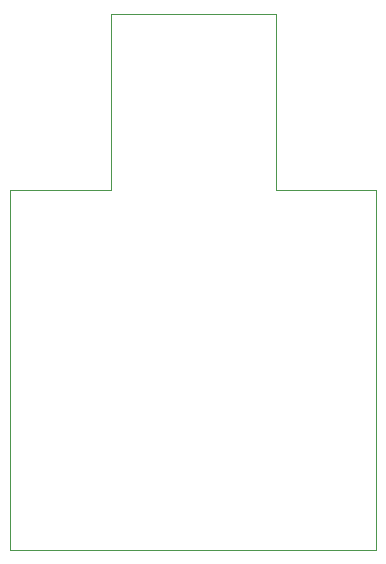
<source format=gbr>
%TF.GenerationSoftware,KiCad,Pcbnew,8.0.2*%
%TF.CreationDate,2024-11-30T22:02:43+01:00*%
%TF.ProjectId,keerlusRelais,6b656572-6c75-4735-9265-6c6169732e6b,rev?*%
%TF.SameCoordinates,Original*%
%TF.FileFunction,Profile,NP*%
%FSLAX46Y46*%
G04 Gerber Fmt 4.6, Leading zero omitted, Abs format (unit mm)*
G04 Created by KiCad (PCBNEW 8.0.2) date 2024-11-30 22:02:43*
%MOMM*%
%LPD*%
G01*
G04 APERTURE LIST*
%TA.AperFunction,Profile*%
%ADD10C,0.100000*%
%TD*%
G04 APERTURE END LIST*
D10*
X149000000Y-22110000D02*
X149000000Y-37000000D01*
X149000000Y-37000000D02*
X157421000Y-37000000D01*
X135000000Y-37000000D02*
X130921000Y-37000000D01*
X126421000Y-67500000D02*
X126421000Y-37000000D01*
X135000000Y-37000000D02*
X135000000Y-22110000D01*
X157421000Y-37000000D02*
X157421000Y-67500000D01*
X135000000Y-22110000D02*
X149000000Y-22110000D01*
X130921000Y-37000000D02*
X126421000Y-37000000D01*
X157421000Y-67500000D02*
X126421000Y-67500000D01*
M02*

</source>
